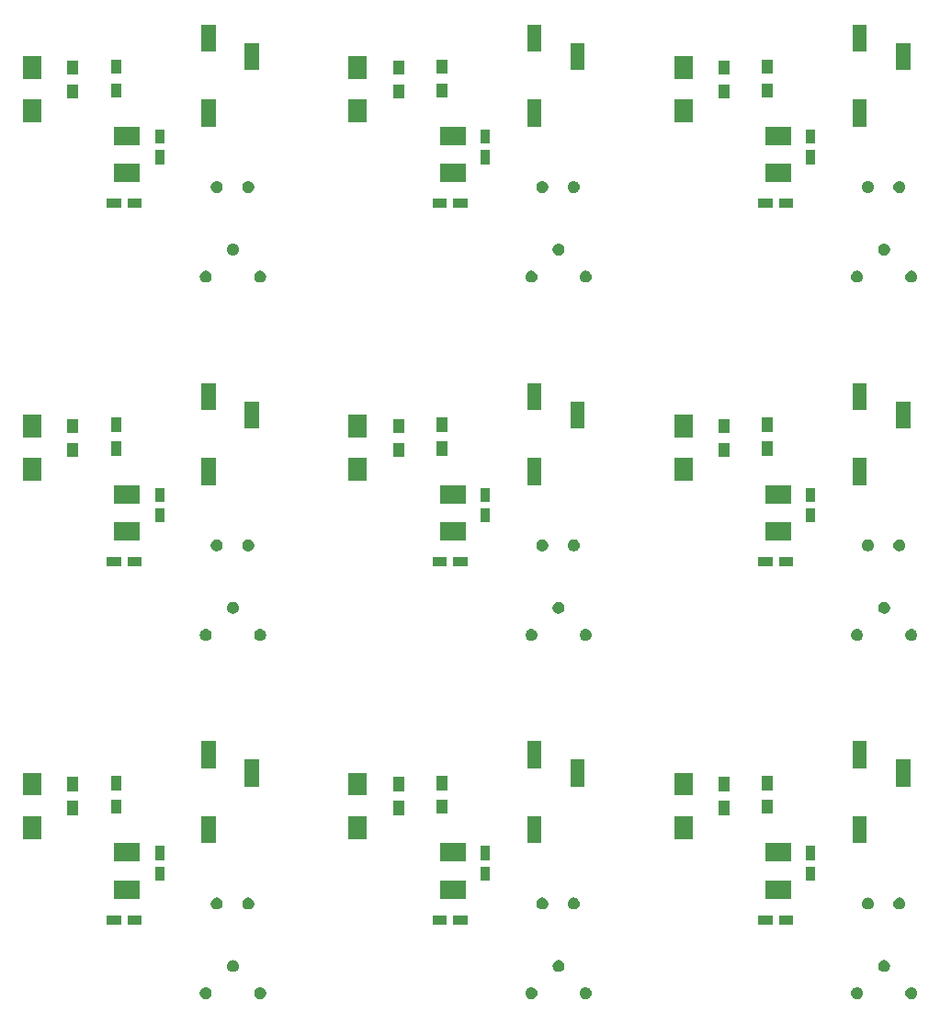
<source format=gts>
G04 #@! TF.GenerationSoftware,KiCad,Pcbnew,5.1.0*
G04 #@! TF.CreationDate,2019-04-07T17:06:29+09:00*
G04 #@! TF.ProjectId,noname,6e6f6e61-6d65-42e6-9b69-6361645f7063,rev?*
G04 #@! TF.SameCoordinates,Original*
G04 #@! TF.FileFunction,Soldermask,Top*
G04 #@! TF.FilePolarity,Negative*
%FSLAX46Y46*%
G04 Gerber Fmt 4.6, Leading zero omitted, Abs format (unit mm)*
G04 Created by KiCad (PCBNEW 5.1.0) date 2019-04-07 17:06:29*
%MOMM*%
%LPD*%
G04 APERTURE LIST*
%ADD10C,0.100000*%
G04 APERTURE END LIST*
D10*
G36*
X128760721Y-138070174D02*
G01*
X128860995Y-138111709D01*
X128860996Y-138111710D01*
X128951242Y-138172010D01*
X129027990Y-138248758D01*
X129027991Y-138248760D01*
X129088291Y-138339005D01*
X129129826Y-138439279D01*
X129151000Y-138545730D01*
X129151000Y-138654270D01*
X129129826Y-138760721D01*
X129088291Y-138860995D01*
X129088290Y-138860996D01*
X129027990Y-138951242D01*
X128951242Y-139027990D01*
X128905812Y-139058345D01*
X128860995Y-139088291D01*
X128760721Y-139129826D01*
X128654270Y-139151000D01*
X128545730Y-139151000D01*
X128439279Y-139129826D01*
X128339005Y-139088291D01*
X128294188Y-139058345D01*
X128248758Y-139027990D01*
X128172010Y-138951242D01*
X128111710Y-138860996D01*
X128111709Y-138860995D01*
X128070174Y-138760721D01*
X128049000Y-138654270D01*
X128049000Y-138545730D01*
X128070174Y-138439279D01*
X128111709Y-138339005D01*
X128172009Y-138248760D01*
X128172010Y-138248758D01*
X128248758Y-138172010D01*
X128339004Y-138111710D01*
X128339005Y-138111709D01*
X128439279Y-138070174D01*
X128545730Y-138049000D01*
X128654270Y-138049000D01*
X128760721Y-138070174D01*
X128760721Y-138070174D01*
G37*
G36*
X193760721Y-138070174D02*
G01*
X193860995Y-138111709D01*
X193860996Y-138111710D01*
X193951242Y-138172010D01*
X194027990Y-138248758D01*
X194027991Y-138248760D01*
X194088291Y-138339005D01*
X194129826Y-138439279D01*
X194151000Y-138545730D01*
X194151000Y-138654270D01*
X194129826Y-138760721D01*
X194088291Y-138860995D01*
X194088290Y-138860996D01*
X194027990Y-138951242D01*
X193951242Y-139027990D01*
X193905812Y-139058345D01*
X193860995Y-139088291D01*
X193760721Y-139129826D01*
X193654270Y-139151000D01*
X193545730Y-139151000D01*
X193439279Y-139129826D01*
X193339005Y-139088291D01*
X193294188Y-139058345D01*
X193248758Y-139027990D01*
X193172010Y-138951242D01*
X193111710Y-138860996D01*
X193111709Y-138860995D01*
X193070174Y-138760721D01*
X193049000Y-138654270D01*
X193049000Y-138545730D01*
X193070174Y-138439279D01*
X193111709Y-138339005D01*
X193172009Y-138248760D01*
X193172010Y-138248758D01*
X193248758Y-138172010D01*
X193339004Y-138111710D01*
X193339005Y-138111709D01*
X193439279Y-138070174D01*
X193545730Y-138049000D01*
X193654270Y-138049000D01*
X193760721Y-138070174D01*
X193760721Y-138070174D01*
G37*
G36*
X188760721Y-138070174D02*
G01*
X188860995Y-138111709D01*
X188860996Y-138111710D01*
X188951242Y-138172010D01*
X189027990Y-138248758D01*
X189027991Y-138248760D01*
X189088291Y-138339005D01*
X189129826Y-138439279D01*
X189151000Y-138545730D01*
X189151000Y-138654270D01*
X189129826Y-138760721D01*
X189088291Y-138860995D01*
X189088290Y-138860996D01*
X189027990Y-138951242D01*
X188951242Y-139027990D01*
X188905812Y-139058345D01*
X188860995Y-139088291D01*
X188760721Y-139129826D01*
X188654270Y-139151000D01*
X188545730Y-139151000D01*
X188439279Y-139129826D01*
X188339005Y-139088291D01*
X188294188Y-139058345D01*
X188248758Y-139027990D01*
X188172010Y-138951242D01*
X188111710Y-138860996D01*
X188111709Y-138860995D01*
X188070174Y-138760721D01*
X188049000Y-138654270D01*
X188049000Y-138545730D01*
X188070174Y-138439279D01*
X188111709Y-138339005D01*
X188172009Y-138248760D01*
X188172010Y-138248758D01*
X188248758Y-138172010D01*
X188339004Y-138111710D01*
X188339005Y-138111709D01*
X188439279Y-138070174D01*
X188545730Y-138049000D01*
X188654270Y-138049000D01*
X188760721Y-138070174D01*
X188760721Y-138070174D01*
G37*
G36*
X163760721Y-138070174D02*
G01*
X163860995Y-138111709D01*
X163860996Y-138111710D01*
X163951242Y-138172010D01*
X164027990Y-138248758D01*
X164027991Y-138248760D01*
X164088291Y-138339005D01*
X164129826Y-138439279D01*
X164151000Y-138545730D01*
X164151000Y-138654270D01*
X164129826Y-138760721D01*
X164088291Y-138860995D01*
X164088290Y-138860996D01*
X164027990Y-138951242D01*
X163951242Y-139027990D01*
X163905812Y-139058345D01*
X163860995Y-139088291D01*
X163760721Y-139129826D01*
X163654270Y-139151000D01*
X163545730Y-139151000D01*
X163439279Y-139129826D01*
X163339005Y-139088291D01*
X163294188Y-139058345D01*
X163248758Y-139027990D01*
X163172010Y-138951242D01*
X163111710Y-138860996D01*
X163111709Y-138860995D01*
X163070174Y-138760721D01*
X163049000Y-138654270D01*
X163049000Y-138545730D01*
X163070174Y-138439279D01*
X163111709Y-138339005D01*
X163172009Y-138248760D01*
X163172010Y-138248758D01*
X163248758Y-138172010D01*
X163339004Y-138111710D01*
X163339005Y-138111709D01*
X163439279Y-138070174D01*
X163545730Y-138049000D01*
X163654270Y-138049000D01*
X163760721Y-138070174D01*
X163760721Y-138070174D01*
G37*
G36*
X133760721Y-138070174D02*
G01*
X133860995Y-138111709D01*
X133860996Y-138111710D01*
X133951242Y-138172010D01*
X134027990Y-138248758D01*
X134027991Y-138248760D01*
X134088291Y-138339005D01*
X134129826Y-138439279D01*
X134151000Y-138545730D01*
X134151000Y-138654270D01*
X134129826Y-138760721D01*
X134088291Y-138860995D01*
X134088290Y-138860996D01*
X134027990Y-138951242D01*
X133951242Y-139027990D01*
X133905812Y-139058345D01*
X133860995Y-139088291D01*
X133760721Y-139129826D01*
X133654270Y-139151000D01*
X133545730Y-139151000D01*
X133439279Y-139129826D01*
X133339005Y-139088291D01*
X133294188Y-139058345D01*
X133248758Y-139027990D01*
X133172010Y-138951242D01*
X133111710Y-138860996D01*
X133111709Y-138860995D01*
X133070174Y-138760721D01*
X133049000Y-138654270D01*
X133049000Y-138545730D01*
X133070174Y-138439279D01*
X133111709Y-138339005D01*
X133172009Y-138248760D01*
X133172010Y-138248758D01*
X133248758Y-138172010D01*
X133339004Y-138111710D01*
X133339005Y-138111709D01*
X133439279Y-138070174D01*
X133545730Y-138049000D01*
X133654270Y-138049000D01*
X133760721Y-138070174D01*
X133760721Y-138070174D01*
G37*
G36*
X158760721Y-138070174D02*
G01*
X158860995Y-138111709D01*
X158860996Y-138111710D01*
X158951242Y-138172010D01*
X159027990Y-138248758D01*
X159027991Y-138248760D01*
X159088291Y-138339005D01*
X159129826Y-138439279D01*
X159151000Y-138545730D01*
X159151000Y-138654270D01*
X159129826Y-138760721D01*
X159088291Y-138860995D01*
X159088290Y-138860996D01*
X159027990Y-138951242D01*
X158951242Y-139027990D01*
X158905812Y-139058345D01*
X158860995Y-139088291D01*
X158760721Y-139129826D01*
X158654270Y-139151000D01*
X158545730Y-139151000D01*
X158439279Y-139129826D01*
X158339005Y-139088291D01*
X158294188Y-139058345D01*
X158248758Y-139027990D01*
X158172010Y-138951242D01*
X158111710Y-138860996D01*
X158111709Y-138860995D01*
X158070174Y-138760721D01*
X158049000Y-138654270D01*
X158049000Y-138545730D01*
X158070174Y-138439279D01*
X158111709Y-138339005D01*
X158172009Y-138248760D01*
X158172010Y-138248758D01*
X158248758Y-138172010D01*
X158339004Y-138111710D01*
X158339005Y-138111709D01*
X158439279Y-138070174D01*
X158545730Y-138049000D01*
X158654270Y-138049000D01*
X158760721Y-138070174D01*
X158760721Y-138070174D01*
G37*
G36*
X131260721Y-135570174D02*
G01*
X131360995Y-135611709D01*
X131360996Y-135611710D01*
X131451242Y-135672010D01*
X131527990Y-135748758D01*
X131527991Y-135748760D01*
X131588291Y-135839005D01*
X131629826Y-135939279D01*
X131651000Y-136045730D01*
X131651000Y-136154270D01*
X131629826Y-136260721D01*
X131588291Y-136360995D01*
X131588290Y-136360996D01*
X131527990Y-136451242D01*
X131451242Y-136527990D01*
X131405812Y-136558345D01*
X131360995Y-136588291D01*
X131260721Y-136629826D01*
X131154270Y-136651000D01*
X131045730Y-136651000D01*
X130939279Y-136629826D01*
X130839005Y-136588291D01*
X130794188Y-136558345D01*
X130748758Y-136527990D01*
X130672010Y-136451242D01*
X130611710Y-136360996D01*
X130611709Y-136360995D01*
X130570174Y-136260721D01*
X130549000Y-136154270D01*
X130549000Y-136045730D01*
X130570174Y-135939279D01*
X130611709Y-135839005D01*
X130672009Y-135748760D01*
X130672010Y-135748758D01*
X130748758Y-135672010D01*
X130839004Y-135611710D01*
X130839005Y-135611709D01*
X130939279Y-135570174D01*
X131045730Y-135549000D01*
X131154270Y-135549000D01*
X131260721Y-135570174D01*
X131260721Y-135570174D01*
G37*
G36*
X161260721Y-135570174D02*
G01*
X161360995Y-135611709D01*
X161360996Y-135611710D01*
X161451242Y-135672010D01*
X161527990Y-135748758D01*
X161527991Y-135748760D01*
X161588291Y-135839005D01*
X161629826Y-135939279D01*
X161651000Y-136045730D01*
X161651000Y-136154270D01*
X161629826Y-136260721D01*
X161588291Y-136360995D01*
X161588290Y-136360996D01*
X161527990Y-136451242D01*
X161451242Y-136527990D01*
X161405812Y-136558345D01*
X161360995Y-136588291D01*
X161260721Y-136629826D01*
X161154270Y-136651000D01*
X161045730Y-136651000D01*
X160939279Y-136629826D01*
X160839005Y-136588291D01*
X160794188Y-136558345D01*
X160748758Y-136527990D01*
X160672010Y-136451242D01*
X160611710Y-136360996D01*
X160611709Y-136360995D01*
X160570174Y-136260721D01*
X160549000Y-136154270D01*
X160549000Y-136045730D01*
X160570174Y-135939279D01*
X160611709Y-135839005D01*
X160672009Y-135748760D01*
X160672010Y-135748758D01*
X160748758Y-135672010D01*
X160839004Y-135611710D01*
X160839005Y-135611709D01*
X160939279Y-135570174D01*
X161045730Y-135549000D01*
X161154270Y-135549000D01*
X161260721Y-135570174D01*
X161260721Y-135570174D01*
G37*
G36*
X191260721Y-135570174D02*
G01*
X191360995Y-135611709D01*
X191360996Y-135611710D01*
X191451242Y-135672010D01*
X191527990Y-135748758D01*
X191527991Y-135748760D01*
X191588291Y-135839005D01*
X191629826Y-135939279D01*
X191651000Y-136045730D01*
X191651000Y-136154270D01*
X191629826Y-136260721D01*
X191588291Y-136360995D01*
X191588290Y-136360996D01*
X191527990Y-136451242D01*
X191451242Y-136527990D01*
X191405812Y-136558345D01*
X191360995Y-136588291D01*
X191260721Y-136629826D01*
X191154270Y-136651000D01*
X191045730Y-136651000D01*
X190939279Y-136629826D01*
X190839005Y-136588291D01*
X190794188Y-136558345D01*
X190748758Y-136527990D01*
X190672010Y-136451242D01*
X190611710Y-136360996D01*
X190611709Y-136360995D01*
X190570174Y-136260721D01*
X190549000Y-136154270D01*
X190549000Y-136045730D01*
X190570174Y-135939279D01*
X190611709Y-135839005D01*
X190672009Y-135748760D01*
X190672010Y-135748758D01*
X190748758Y-135672010D01*
X190839004Y-135611710D01*
X190839005Y-135611709D01*
X190939279Y-135570174D01*
X191045730Y-135549000D01*
X191154270Y-135549000D01*
X191260721Y-135570174D01*
X191260721Y-135570174D01*
G37*
G36*
X122701000Y-132276000D02*
G01*
X121399000Y-132276000D01*
X121399000Y-131424000D01*
X122701000Y-131424000D01*
X122701000Y-132276000D01*
X122701000Y-132276000D01*
G37*
G36*
X120801000Y-132276000D02*
G01*
X119499000Y-132276000D01*
X119499000Y-131424000D01*
X120801000Y-131424000D01*
X120801000Y-132276000D01*
X120801000Y-132276000D01*
G37*
G36*
X150801000Y-132276000D02*
G01*
X149499000Y-132276000D01*
X149499000Y-131424000D01*
X150801000Y-131424000D01*
X150801000Y-132276000D01*
X150801000Y-132276000D01*
G37*
G36*
X152701000Y-132276000D02*
G01*
X151399000Y-132276000D01*
X151399000Y-131424000D01*
X152701000Y-131424000D01*
X152701000Y-132276000D01*
X152701000Y-132276000D01*
G37*
G36*
X180801000Y-132276000D02*
G01*
X179499000Y-132276000D01*
X179499000Y-131424000D01*
X180801000Y-131424000D01*
X180801000Y-132276000D01*
X180801000Y-132276000D01*
G37*
G36*
X182701000Y-132276000D02*
G01*
X181399000Y-132276000D01*
X181399000Y-131424000D01*
X182701000Y-131424000D01*
X182701000Y-132276000D01*
X182701000Y-132276000D01*
G37*
G36*
X192660721Y-129820174D02*
G01*
X192760995Y-129861709D01*
X192760996Y-129861710D01*
X192851242Y-129922010D01*
X192927990Y-129998758D01*
X192927991Y-129998760D01*
X192988291Y-130089005D01*
X193029826Y-130189279D01*
X193051000Y-130295730D01*
X193051000Y-130404270D01*
X193029826Y-130510721D01*
X192988291Y-130610995D01*
X192988290Y-130610996D01*
X192927990Y-130701242D01*
X192851242Y-130777990D01*
X192805812Y-130808345D01*
X192760995Y-130838291D01*
X192660721Y-130879826D01*
X192554270Y-130901000D01*
X192445730Y-130901000D01*
X192339279Y-130879826D01*
X192239005Y-130838291D01*
X192194188Y-130808345D01*
X192148758Y-130777990D01*
X192072010Y-130701242D01*
X192011710Y-130610996D01*
X192011709Y-130610995D01*
X191970174Y-130510721D01*
X191949000Y-130404270D01*
X191949000Y-130295730D01*
X191970174Y-130189279D01*
X192011709Y-130089005D01*
X192072009Y-129998760D01*
X192072010Y-129998758D01*
X192148758Y-129922010D01*
X192239004Y-129861710D01*
X192239005Y-129861709D01*
X192339279Y-129820174D01*
X192445730Y-129799000D01*
X192554270Y-129799000D01*
X192660721Y-129820174D01*
X192660721Y-129820174D01*
G37*
G36*
X189760721Y-129820174D02*
G01*
X189860995Y-129861709D01*
X189860996Y-129861710D01*
X189951242Y-129922010D01*
X190027990Y-129998758D01*
X190027991Y-129998760D01*
X190088291Y-130089005D01*
X190129826Y-130189279D01*
X190151000Y-130295730D01*
X190151000Y-130404270D01*
X190129826Y-130510721D01*
X190088291Y-130610995D01*
X190088290Y-130610996D01*
X190027990Y-130701242D01*
X189951242Y-130777990D01*
X189905812Y-130808345D01*
X189860995Y-130838291D01*
X189760721Y-130879826D01*
X189654270Y-130901000D01*
X189545730Y-130901000D01*
X189439279Y-130879826D01*
X189339005Y-130838291D01*
X189294188Y-130808345D01*
X189248758Y-130777990D01*
X189172010Y-130701242D01*
X189111710Y-130610996D01*
X189111709Y-130610995D01*
X189070174Y-130510721D01*
X189049000Y-130404270D01*
X189049000Y-130295730D01*
X189070174Y-130189279D01*
X189111709Y-130089005D01*
X189172009Y-129998760D01*
X189172010Y-129998758D01*
X189248758Y-129922010D01*
X189339004Y-129861710D01*
X189339005Y-129861709D01*
X189439279Y-129820174D01*
X189545730Y-129799000D01*
X189654270Y-129799000D01*
X189760721Y-129820174D01*
X189760721Y-129820174D01*
G37*
G36*
X162660721Y-129820174D02*
G01*
X162760995Y-129861709D01*
X162760996Y-129861710D01*
X162851242Y-129922010D01*
X162927990Y-129998758D01*
X162927991Y-129998760D01*
X162988291Y-130089005D01*
X163029826Y-130189279D01*
X163051000Y-130295730D01*
X163051000Y-130404270D01*
X163029826Y-130510721D01*
X162988291Y-130610995D01*
X162988290Y-130610996D01*
X162927990Y-130701242D01*
X162851242Y-130777990D01*
X162805812Y-130808345D01*
X162760995Y-130838291D01*
X162660721Y-130879826D01*
X162554270Y-130901000D01*
X162445730Y-130901000D01*
X162339279Y-130879826D01*
X162239005Y-130838291D01*
X162194188Y-130808345D01*
X162148758Y-130777990D01*
X162072010Y-130701242D01*
X162011710Y-130610996D01*
X162011709Y-130610995D01*
X161970174Y-130510721D01*
X161949000Y-130404270D01*
X161949000Y-130295730D01*
X161970174Y-130189279D01*
X162011709Y-130089005D01*
X162072009Y-129998760D01*
X162072010Y-129998758D01*
X162148758Y-129922010D01*
X162239004Y-129861710D01*
X162239005Y-129861709D01*
X162339279Y-129820174D01*
X162445730Y-129799000D01*
X162554270Y-129799000D01*
X162660721Y-129820174D01*
X162660721Y-129820174D01*
G37*
G36*
X159760721Y-129820174D02*
G01*
X159860995Y-129861709D01*
X159860996Y-129861710D01*
X159951242Y-129922010D01*
X160027990Y-129998758D01*
X160027991Y-129998760D01*
X160088291Y-130089005D01*
X160129826Y-130189279D01*
X160151000Y-130295730D01*
X160151000Y-130404270D01*
X160129826Y-130510721D01*
X160088291Y-130610995D01*
X160088290Y-130610996D01*
X160027990Y-130701242D01*
X159951242Y-130777990D01*
X159905812Y-130808345D01*
X159860995Y-130838291D01*
X159760721Y-130879826D01*
X159654270Y-130901000D01*
X159545730Y-130901000D01*
X159439279Y-130879826D01*
X159339005Y-130838291D01*
X159294188Y-130808345D01*
X159248758Y-130777990D01*
X159172010Y-130701242D01*
X159111710Y-130610996D01*
X159111709Y-130610995D01*
X159070174Y-130510721D01*
X159049000Y-130404270D01*
X159049000Y-130295730D01*
X159070174Y-130189279D01*
X159111709Y-130089005D01*
X159172009Y-129998760D01*
X159172010Y-129998758D01*
X159248758Y-129922010D01*
X159339004Y-129861710D01*
X159339005Y-129861709D01*
X159439279Y-129820174D01*
X159545730Y-129799000D01*
X159654270Y-129799000D01*
X159760721Y-129820174D01*
X159760721Y-129820174D01*
G37*
G36*
X132660721Y-129820174D02*
G01*
X132760995Y-129861709D01*
X132760996Y-129861710D01*
X132851242Y-129922010D01*
X132927990Y-129998758D01*
X132927991Y-129998760D01*
X132988291Y-130089005D01*
X133029826Y-130189279D01*
X133051000Y-130295730D01*
X133051000Y-130404270D01*
X133029826Y-130510721D01*
X132988291Y-130610995D01*
X132988290Y-130610996D01*
X132927990Y-130701242D01*
X132851242Y-130777990D01*
X132805812Y-130808345D01*
X132760995Y-130838291D01*
X132660721Y-130879826D01*
X132554270Y-130901000D01*
X132445730Y-130901000D01*
X132339279Y-130879826D01*
X132239005Y-130838291D01*
X132194188Y-130808345D01*
X132148758Y-130777990D01*
X132072010Y-130701242D01*
X132011710Y-130610996D01*
X132011709Y-130610995D01*
X131970174Y-130510721D01*
X131949000Y-130404270D01*
X131949000Y-130295730D01*
X131970174Y-130189279D01*
X132011709Y-130089005D01*
X132072009Y-129998760D01*
X132072010Y-129998758D01*
X132148758Y-129922010D01*
X132239004Y-129861710D01*
X132239005Y-129861709D01*
X132339279Y-129820174D01*
X132445730Y-129799000D01*
X132554270Y-129799000D01*
X132660721Y-129820174D01*
X132660721Y-129820174D01*
G37*
G36*
X129760721Y-129820174D02*
G01*
X129860995Y-129861709D01*
X129860996Y-129861710D01*
X129951242Y-129922010D01*
X130027990Y-129998758D01*
X130027991Y-129998760D01*
X130088291Y-130089005D01*
X130129826Y-130189279D01*
X130151000Y-130295730D01*
X130151000Y-130404270D01*
X130129826Y-130510721D01*
X130088291Y-130610995D01*
X130088290Y-130610996D01*
X130027990Y-130701242D01*
X129951242Y-130777990D01*
X129905812Y-130808345D01*
X129860995Y-130838291D01*
X129760721Y-130879826D01*
X129654270Y-130901000D01*
X129545730Y-130901000D01*
X129439279Y-130879826D01*
X129339005Y-130838291D01*
X129294188Y-130808345D01*
X129248758Y-130777990D01*
X129172010Y-130701242D01*
X129111710Y-130610996D01*
X129111709Y-130610995D01*
X129070174Y-130510721D01*
X129049000Y-130404270D01*
X129049000Y-130295730D01*
X129070174Y-130189279D01*
X129111709Y-130089005D01*
X129172009Y-129998760D01*
X129172010Y-129998758D01*
X129248758Y-129922010D01*
X129339004Y-129861710D01*
X129339005Y-129861709D01*
X129439279Y-129820174D01*
X129545730Y-129799000D01*
X129654270Y-129799000D01*
X129760721Y-129820174D01*
X129760721Y-129820174D01*
G37*
G36*
X182526000Y-129901000D02*
G01*
X180174000Y-129901000D01*
X180174000Y-128199000D01*
X182526000Y-128199000D01*
X182526000Y-129901000D01*
X182526000Y-129901000D01*
G37*
G36*
X152526000Y-129901000D02*
G01*
X150174000Y-129901000D01*
X150174000Y-128199000D01*
X152526000Y-128199000D01*
X152526000Y-129901000D01*
X152526000Y-129901000D01*
G37*
G36*
X122526000Y-129901000D02*
G01*
X120174000Y-129901000D01*
X120174000Y-128199000D01*
X122526000Y-128199000D01*
X122526000Y-129901000D01*
X122526000Y-129901000D01*
G37*
G36*
X154776000Y-128251000D02*
G01*
X153924000Y-128251000D01*
X153924000Y-126949000D01*
X154776000Y-126949000D01*
X154776000Y-128251000D01*
X154776000Y-128251000D01*
G37*
G36*
X124776000Y-128251000D02*
G01*
X123924000Y-128251000D01*
X123924000Y-126949000D01*
X124776000Y-126949000D01*
X124776000Y-128251000D01*
X124776000Y-128251000D01*
G37*
G36*
X184776000Y-128251000D02*
G01*
X183924000Y-128251000D01*
X183924000Y-126949000D01*
X184776000Y-126949000D01*
X184776000Y-128251000D01*
X184776000Y-128251000D01*
G37*
G36*
X152526000Y-126501000D02*
G01*
X150174000Y-126501000D01*
X150174000Y-124799000D01*
X152526000Y-124799000D01*
X152526000Y-126501000D01*
X152526000Y-126501000D01*
G37*
G36*
X122526000Y-126501000D02*
G01*
X120174000Y-126501000D01*
X120174000Y-124799000D01*
X122526000Y-124799000D01*
X122526000Y-126501000D01*
X122526000Y-126501000D01*
G37*
G36*
X182526000Y-126501000D02*
G01*
X180174000Y-126501000D01*
X180174000Y-124799000D01*
X182526000Y-124799000D01*
X182526000Y-126501000D01*
X182526000Y-126501000D01*
G37*
G36*
X124776000Y-126351000D02*
G01*
X123924000Y-126351000D01*
X123924000Y-125049000D01*
X124776000Y-125049000D01*
X124776000Y-126351000D01*
X124776000Y-126351000D01*
G37*
G36*
X154776000Y-126351000D02*
G01*
X153924000Y-126351000D01*
X153924000Y-125049000D01*
X154776000Y-125049000D01*
X154776000Y-126351000D01*
X154776000Y-126351000D01*
G37*
G36*
X184776000Y-126351000D02*
G01*
X183924000Y-126351000D01*
X183924000Y-125049000D01*
X184776000Y-125049000D01*
X184776000Y-126351000D01*
X184776000Y-126351000D01*
G37*
G36*
X189501000Y-124801000D02*
G01*
X188199000Y-124801000D01*
X188199000Y-122299000D01*
X189501000Y-122299000D01*
X189501000Y-124801000D01*
X189501000Y-124801000D01*
G37*
G36*
X129501000Y-124801000D02*
G01*
X128199000Y-124801000D01*
X128199000Y-122299000D01*
X129501000Y-122299000D01*
X129501000Y-124801000D01*
X129501000Y-124801000D01*
G37*
G36*
X159501000Y-124801000D02*
G01*
X158199000Y-124801000D01*
X158199000Y-122299000D01*
X159501000Y-122299000D01*
X159501000Y-124801000D01*
X159501000Y-124801000D01*
G37*
G36*
X173451000Y-124401000D02*
G01*
X171749000Y-124401000D01*
X171749000Y-122299000D01*
X173451000Y-122299000D01*
X173451000Y-124401000D01*
X173451000Y-124401000D01*
G37*
G36*
X143451000Y-124401000D02*
G01*
X141749000Y-124401000D01*
X141749000Y-122299000D01*
X143451000Y-122299000D01*
X143451000Y-124401000D01*
X143451000Y-124401000D01*
G37*
G36*
X113451000Y-124401000D02*
G01*
X111749000Y-124401000D01*
X111749000Y-122299000D01*
X113451000Y-122299000D01*
X113451000Y-124401000D01*
X113451000Y-124401000D01*
G37*
G36*
X116851000Y-122201000D02*
G01*
X115849000Y-122201000D01*
X115849000Y-120899000D01*
X116851000Y-120899000D01*
X116851000Y-122201000D01*
X116851000Y-122201000D01*
G37*
G36*
X146851000Y-122201000D02*
G01*
X145849000Y-122201000D01*
X145849000Y-120899000D01*
X146851000Y-120899000D01*
X146851000Y-122201000D01*
X146851000Y-122201000D01*
G37*
G36*
X176851000Y-122201000D02*
G01*
X175849000Y-122201000D01*
X175849000Y-120899000D01*
X176851000Y-120899000D01*
X176851000Y-122201000D01*
X176851000Y-122201000D01*
G37*
G36*
X150851000Y-122101000D02*
G01*
X149849000Y-122101000D01*
X149849000Y-120799000D01*
X150851000Y-120799000D01*
X150851000Y-122101000D01*
X150851000Y-122101000D01*
G37*
G36*
X180851000Y-122101000D02*
G01*
X179849000Y-122101000D01*
X179849000Y-120799000D01*
X180851000Y-120799000D01*
X180851000Y-122101000D01*
X180851000Y-122101000D01*
G37*
G36*
X120851000Y-122101000D02*
G01*
X119849000Y-122101000D01*
X119849000Y-120799000D01*
X120851000Y-120799000D01*
X120851000Y-122101000D01*
X120851000Y-122101000D01*
G37*
G36*
X113451000Y-120401000D02*
G01*
X111749000Y-120401000D01*
X111749000Y-118299000D01*
X113451000Y-118299000D01*
X113451000Y-120401000D01*
X113451000Y-120401000D01*
G37*
G36*
X143451000Y-120401000D02*
G01*
X141749000Y-120401000D01*
X141749000Y-118299000D01*
X143451000Y-118299000D01*
X143451000Y-120401000D01*
X143451000Y-120401000D01*
G37*
G36*
X173451000Y-120401000D02*
G01*
X171749000Y-120401000D01*
X171749000Y-118299000D01*
X173451000Y-118299000D01*
X173451000Y-120401000D01*
X173451000Y-120401000D01*
G37*
G36*
X116851000Y-120001000D02*
G01*
X115849000Y-120001000D01*
X115849000Y-118699000D01*
X116851000Y-118699000D01*
X116851000Y-120001000D01*
X116851000Y-120001000D01*
G37*
G36*
X146851000Y-120001000D02*
G01*
X145849000Y-120001000D01*
X145849000Y-118699000D01*
X146851000Y-118699000D01*
X146851000Y-120001000D01*
X146851000Y-120001000D01*
G37*
G36*
X176851000Y-120001000D02*
G01*
X175849000Y-120001000D01*
X175849000Y-118699000D01*
X176851000Y-118699000D01*
X176851000Y-120001000D01*
X176851000Y-120001000D01*
G37*
G36*
X180851000Y-119901000D02*
G01*
X179849000Y-119901000D01*
X179849000Y-118599000D01*
X180851000Y-118599000D01*
X180851000Y-119901000D01*
X180851000Y-119901000D01*
G37*
G36*
X150851000Y-119901000D02*
G01*
X149849000Y-119901000D01*
X149849000Y-118599000D01*
X150851000Y-118599000D01*
X150851000Y-119901000D01*
X150851000Y-119901000D01*
G37*
G36*
X120851000Y-119901000D02*
G01*
X119849000Y-119901000D01*
X119849000Y-118599000D01*
X120851000Y-118599000D01*
X120851000Y-119901000D01*
X120851000Y-119901000D01*
G37*
G36*
X133501000Y-119601000D02*
G01*
X132199000Y-119601000D01*
X132199000Y-117099000D01*
X133501000Y-117099000D01*
X133501000Y-119601000D01*
X133501000Y-119601000D01*
G37*
G36*
X163501000Y-119601000D02*
G01*
X162199000Y-119601000D01*
X162199000Y-117099000D01*
X163501000Y-117099000D01*
X163501000Y-119601000D01*
X163501000Y-119601000D01*
G37*
G36*
X193501000Y-119601000D02*
G01*
X192199000Y-119601000D01*
X192199000Y-117099000D01*
X193501000Y-117099000D01*
X193501000Y-119601000D01*
X193501000Y-119601000D01*
G37*
G36*
X189501000Y-117901000D02*
G01*
X188199000Y-117901000D01*
X188199000Y-115399000D01*
X189501000Y-115399000D01*
X189501000Y-117901000D01*
X189501000Y-117901000D01*
G37*
G36*
X159501000Y-117901000D02*
G01*
X158199000Y-117901000D01*
X158199000Y-115399000D01*
X159501000Y-115399000D01*
X159501000Y-117901000D01*
X159501000Y-117901000D01*
G37*
G36*
X129501000Y-117901000D02*
G01*
X128199000Y-117901000D01*
X128199000Y-115399000D01*
X129501000Y-115399000D01*
X129501000Y-117901000D01*
X129501000Y-117901000D01*
G37*
G36*
X158760721Y-105070174D02*
G01*
X158860995Y-105111709D01*
X158860996Y-105111710D01*
X158951242Y-105172010D01*
X159027990Y-105248758D01*
X159027991Y-105248760D01*
X159088291Y-105339005D01*
X159129826Y-105439279D01*
X159151000Y-105545730D01*
X159151000Y-105654270D01*
X159129826Y-105760721D01*
X159088291Y-105860995D01*
X159088290Y-105860996D01*
X159027990Y-105951242D01*
X158951242Y-106027990D01*
X158905812Y-106058345D01*
X158860995Y-106088291D01*
X158760721Y-106129826D01*
X158654270Y-106151000D01*
X158545730Y-106151000D01*
X158439279Y-106129826D01*
X158339005Y-106088291D01*
X158294188Y-106058345D01*
X158248758Y-106027990D01*
X158172010Y-105951242D01*
X158111710Y-105860996D01*
X158111709Y-105860995D01*
X158070174Y-105760721D01*
X158049000Y-105654270D01*
X158049000Y-105545730D01*
X158070174Y-105439279D01*
X158111709Y-105339005D01*
X158172009Y-105248760D01*
X158172010Y-105248758D01*
X158248758Y-105172010D01*
X158339004Y-105111710D01*
X158339005Y-105111709D01*
X158439279Y-105070174D01*
X158545730Y-105049000D01*
X158654270Y-105049000D01*
X158760721Y-105070174D01*
X158760721Y-105070174D01*
G37*
G36*
X188760721Y-105070174D02*
G01*
X188860995Y-105111709D01*
X188860996Y-105111710D01*
X188951242Y-105172010D01*
X189027990Y-105248758D01*
X189027991Y-105248760D01*
X189088291Y-105339005D01*
X189129826Y-105439279D01*
X189151000Y-105545730D01*
X189151000Y-105654270D01*
X189129826Y-105760721D01*
X189088291Y-105860995D01*
X189088290Y-105860996D01*
X189027990Y-105951242D01*
X188951242Y-106027990D01*
X188905812Y-106058345D01*
X188860995Y-106088291D01*
X188760721Y-106129826D01*
X188654270Y-106151000D01*
X188545730Y-106151000D01*
X188439279Y-106129826D01*
X188339005Y-106088291D01*
X188294188Y-106058345D01*
X188248758Y-106027990D01*
X188172010Y-105951242D01*
X188111710Y-105860996D01*
X188111709Y-105860995D01*
X188070174Y-105760721D01*
X188049000Y-105654270D01*
X188049000Y-105545730D01*
X188070174Y-105439279D01*
X188111709Y-105339005D01*
X188172009Y-105248760D01*
X188172010Y-105248758D01*
X188248758Y-105172010D01*
X188339004Y-105111710D01*
X188339005Y-105111709D01*
X188439279Y-105070174D01*
X188545730Y-105049000D01*
X188654270Y-105049000D01*
X188760721Y-105070174D01*
X188760721Y-105070174D01*
G37*
G36*
X193760721Y-105070174D02*
G01*
X193860995Y-105111709D01*
X193860996Y-105111710D01*
X193951242Y-105172010D01*
X194027990Y-105248758D01*
X194027991Y-105248760D01*
X194088291Y-105339005D01*
X194129826Y-105439279D01*
X194151000Y-105545730D01*
X194151000Y-105654270D01*
X194129826Y-105760721D01*
X194088291Y-105860995D01*
X194088290Y-105860996D01*
X194027990Y-105951242D01*
X193951242Y-106027990D01*
X193905812Y-106058345D01*
X193860995Y-106088291D01*
X193760721Y-106129826D01*
X193654270Y-106151000D01*
X193545730Y-106151000D01*
X193439279Y-106129826D01*
X193339005Y-106088291D01*
X193294188Y-106058345D01*
X193248758Y-106027990D01*
X193172010Y-105951242D01*
X193111710Y-105860996D01*
X193111709Y-105860995D01*
X193070174Y-105760721D01*
X193049000Y-105654270D01*
X193049000Y-105545730D01*
X193070174Y-105439279D01*
X193111709Y-105339005D01*
X193172009Y-105248760D01*
X193172010Y-105248758D01*
X193248758Y-105172010D01*
X193339004Y-105111710D01*
X193339005Y-105111709D01*
X193439279Y-105070174D01*
X193545730Y-105049000D01*
X193654270Y-105049000D01*
X193760721Y-105070174D01*
X193760721Y-105070174D01*
G37*
G36*
X163760721Y-105070174D02*
G01*
X163860995Y-105111709D01*
X163860996Y-105111710D01*
X163951242Y-105172010D01*
X164027990Y-105248758D01*
X164027991Y-105248760D01*
X164088291Y-105339005D01*
X164129826Y-105439279D01*
X164151000Y-105545730D01*
X164151000Y-105654270D01*
X164129826Y-105760721D01*
X164088291Y-105860995D01*
X164088290Y-105860996D01*
X164027990Y-105951242D01*
X163951242Y-106027990D01*
X163905812Y-106058345D01*
X163860995Y-106088291D01*
X163760721Y-106129826D01*
X163654270Y-106151000D01*
X163545730Y-106151000D01*
X163439279Y-106129826D01*
X163339005Y-106088291D01*
X163294188Y-106058345D01*
X163248758Y-106027990D01*
X163172010Y-105951242D01*
X163111710Y-105860996D01*
X163111709Y-105860995D01*
X163070174Y-105760721D01*
X163049000Y-105654270D01*
X163049000Y-105545730D01*
X163070174Y-105439279D01*
X163111709Y-105339005D01*
X163172009Y-105248760D01*
X163172010Y-105248758D01*
X163248758Y-105172010D01*
X163339004Y-105111710D01*
X163339005Y-105111709D01*
X163439279Y-105070174D01*
X163545730Y-105049000D01*
X163654270Y-105049000D01*
X163760721Y-105070174D01*
X163760721Y-105070174D01*
G37*
G36*
X133760721Y-105070174D02*
G01*
X133860995Y-105111709D01*
X133860996Y-105111710D01*
X133951242Y-105172010D01*
X134027990Y-105248758D01*
X134027991Y-105248760D01*
X134088291Y-105339005D01*
X134129826Y-105439279D01*
X134151000Y-105545730D01*
X134151000Y-105654270D01*
X134129826Y-105760721D01*
X134088291Y-105860995D01*
X134088290Y-105860996D01*
X134027990Y-105951242D01*
X133951242Y-106027990D01*
X133905812Y-106058345D01*
X133860995Y-106088291D01*
X133760721Y-106129826D01*
X133654270Y-106151000D01*
X133545730Y-106151000D01*
X133439279Y-106129826D01*
X133339005Y-106088291D01*
X133294188Y-106058345D01*
X133248758Y-106027990D01*
X133172010Y-105951242D01*
X133111710Y-105860996D01*
X133111709Y-105860995D01*
X133070174Y-105760721D01*
X133049000Y-105654270D01*
X133049000Y-105545730D01*
X133070174Y-105439279D01*
X133111709Y-105339005D01*
X133172009Y-105248760D01*
X133172010Y-105248758D01*
X133248758Y-105172010D01*
X133339004Y-105111710D01*
X133339005Y-105111709D01*
X133439279Y-105070174D01*
X133545730Y-105049000D01*
X133654270Y-105049000D01*
X133760721Y-105070174D01*
X133760721Y-105070174D01*
G37*
G36*
X128760721Y-105070174D02*
G01*
X128860995Y-105111709D01*
X128860996Y-105111710D01*
X128951242Y-105172010D01*
X129027990Y-105248758D01*
X129027991Y-105248760D01*
X129088291Y-105339005D01*
X129129826Y-105439279D01*
X129151000Y-105545730D01*
X129151000Y-105654270D01*
X129129826Y-105760721D01*
X129088291Y-105860995D01*
X129088290Y-105860996D01*
X129027990Y-105951242D01*
X128951242Y-106027990D01*
X128905812Y-106058345D01*
X128860995Y-106088291D01*
X128760721Y-106129826D01*
X128654270Y-106151000D01*
X128545730Y-106151000D01*
X128439279Y-106129826D01*
X128339005Y-106088291D01*
X128294188Y-106058345D01*
X128248758Y-106027990D01*
X128172010Y-105951242D01*
X128111710Y-105860996D01*
X128111709Y-105860995D01*
X128070174Y-105760721D01*
X128049000Y-105654270D01*
X128049000Y-105545730D01*
X128070174Y-105439279D01*
X128111709Y-105339005D01*
X128172009Y-105248760D01*
X128172010Y-105248758D01*
X128248758Y-105172010D01*
X128339004Y-105111710D01*
X128339005Y-105111709D01*
X128439279Y-105070174D01*
X128545730Y-105049000D01*
X128654270Y-105049000D01*
X128760721Y-105070174D01*
X128760721Y-105070174D01*
G37*
G36*
X191260721Y-102570174D02*
G01*
X191360995Y-102611709D01*
X191360996Y-102611710D01*
X191451242Y-102672010D01*
X191527990Y-102748758D01*
X191527991Y-102748760D01*
X191588291Y-102839005D01*
X191629826Y-102939279D01*
X191651000Y-103045730D01*
X191651000Y-103154270D01*
X191629826Y-103260721D01*
X191588291Y-103360995D01*
X191588290Y-103360996D01*
X191527990Y-103451242D01*
X191451242Y-103527990D01*
X191405812Y-103558345D01*
X191360995Y-103588291D01*
X191260721Y-103629826D01*
X191154270Y-103651000D01*
X191045730Y-103651000D01*
X190939279Y-103629826D01*
X190839005Y-103588291D01*
X190794188Y-103558345D01*
X190748758Y-103527990D01*
X190672010Y-103451242D01*
X190611710Y-103360996D01*
X190611709Y-103360995D01*
X190570174Y-103260721D01*
X190549000Y-103154270D01*
X190549000Y-103045730D01*
X190570174Y-102939279D01*
X190611709Y-102839005D01*
X190672009Y-102748760D01*
X190672010Y-102748758D01*
X190748758Y-102672010D01*
X190839004Y-102611710D01*
X190839005Y-102611709D01*
X190939279Y-102570174D01*
X191045730Y-102549000D01*
X191154270Y-102549000D01*
X191260721Y-102570174D01*
X191260721Y-102570174D01*
G37*
G36*
X161260721Y-102570174D02*
G01*
X161360995Y-102611709D01*
X161360996Y-102611710D01*
X161451242Y-102672010D01*
X161527990Y-102748758D01*
X161527991Y-102748760D01*
X161588291Y-102839005D01*
X161629826Y-102939279D01*
X161651000Y-103045730D01*
X161651000Y-103154270D01*
X161629826Y-103260721D01*
X161588291Y-103360995D01*
X161588290Y-103360996D01*
X161527990Y-103451242D01*
X161451242Y-103527990D01*
X161405812Y-103558345D01*
X161360995Y-103588291D01*
X161260721Y-103629826D01*
X161154270Y-103651000D01*
X161045730Y-103651000D01*
X160939279Y-103629826D01*
X160839005Y-103588291D01*
X160794188Y-103558345D01*
X160748758Y-103527990D01*
X160672010Y-103451242D01*
X160611710Y-103360996D01*
X160611709Y-103360995D01*
X160570174Y-103260721D01*
X160549000Y-103154270D01*
X160549000Y-103045730D01*
X160570174Y-102939279D01*
X160611709Y-102839005D01*
X160672009Y-102748760D01*
X160672010Y-102748758D01*
X160748758Y-102672010D01*
X160839004Y-102611710D01*
X160839005Y-102611709D01*
X160939279Y-102570174D01*
X161045730Y-102549000D01*
X161154270Y-102549000D01*
X161260721Y-102570174D01*
X161260721Y-102570174D01*
G37*
G36*
X131260721Y-102570174D02*
G01*
X131360995Y-102611709D01*
X131360996Y-102611710D01*
X131451242Y-102672010D01*
X131527990Y-102748758D01*
X131527991Y-102748760D01*
X131588291Y-102839005D01*
X131629826Y-102939279D01*
X131651000Y-103045730D01*
X131651000Y-103154270D01*
X131629826Y-103260721D01*
X131588291Y-103360995D01*
X131588290Y-103360996D01*
X131527990Y-103451242D01*
X131451242Y-103527990D01*
X131405812Y-103558345D01*
X131360995Y-103588291D01*
X131260721Y-103629826D01*
X131154270Y-103651000D01*
X131045730Y-103651000D01*
X130939279Y-103629826D01*
X130839005Y-103588291D01*
X130794188Y-103558345D01*
X130748758Y-103527990D01*
X130672010Y-103451242D01*
X130611710Y-103360996D01*
X130611709Y-103360995D01*
X130570174Y-103260721D01*
X130549000Y-103154270D01*
X130549000Y-103045730D01*
X130570174Y-102939279D01*
X130611709Y-102839005D01*
X130672009Y-102748760D01*
X130672010Y-102748758D01*
X130748758Y-102672010D01*
X130839004Y-102611710D01*
X130839005Y-102611709D01*
X130939279Y-102570174D01*
X131045730Y-102549000D01*
X131154270Y-102549000D01*
X131260721Y-102570174D01*
X131260721Y-102570174D01*
G37*
G36*
X150801000Y-99276000D02*
G01*
X149499000Y-99276000D01*
X149499000Y-98424000D01*
X150801000Y-98424000D01*
X150801000Y-99276000D01*
X150801000Y-99276000D01*
G37*
G36*
X122701000Y-99276000D02*
G01*
X121399000Y-99276000D01*
X121399000Y-98424000D01*
X122701000Y-98424000D01*
X122701000Y-99276000D01*
X122701000Y-99276000D01*
G37*
G36*
X120801000Y-99276000D02*
G01*
X119499000Y-99276000D01*
X119499000Y-98424000D01*
X120801000Y-98424000D01*
X120801000Y-99276000D01*
X120801000Y-99276000D01*
G37*
G36*
X180801000Y-99276000D02*
G01*
X179499000Y-99276000D01*
X179499000Y-98424000D01*
X180801000Y-98424000D01*
X180801000Y-99276000D01*
X180801000Y-99276000D01*
G37*
G36*
X152701000Y-99276000D02*
G01*
X151399000Y-99276000D01*
X151399000Y-98424000D01*
X152701000Y-98424000D01*
X152701000Y-99276000D01*
X152701000Y-99276000D01*
G37*
G36*
X182701000Y-99276000D02*
G01*
X181399000Y-99276000D01*
X181399000Y-98424000D01*
X182701000Y-98424000D01*
X182701000Y-99276000D01*
X182701000Y-99276000D01*
G37*
G36*
X129760721Y-96820174D02*
G01*
X129860995Y-96861709D01*
X129860996Y-96861710D01*
X129951242Y-96922010D01*
X130027990Y-96998758D01*
X130027991Y-96998760D01*
X130088291Y-97089005D01*
X130129826Y-97189279D01*
X130151000Y-97295730D01*
X130151000Y-97404270D01*
X130129826Y-97510721D01*
X130088291Y-97610995D01*
X130088290Y-97610996D01*
X130027990Y-97701242D01*
X129951242Y-97777990D01*
X129905812Y-97808345D01*
X129860995Y-97838291D01*
X129760721Y-97879826D01*
X129654270Y-97901000D01*
X129545730Y-97901000D01*
X129439279Y-97879826D01*
X129339005Y-97838291D01*
X129294188Y-97808345D01*
X129248758Y-97777990D01*
X129172010Y-97701242D01*
X129111710Y-97610996D01*
X129111709Y-97610995D01*
X129070174Y-97510721D01*
X129049000Y-97404270D01*
X129049000Y-97295730D01*
X129070174Y-97189279D01*
X129111709Y-97089005D01*
X129172009Y-96998760D01*
X129172010Y-96998758D01*
X129248758Y-96922010D01*
X129339004Y-96861710D01*
X129339005Y-96861709D01*
X129439279Y-96820174D01*
X129545730Y-96799000D01*
X129654270Y-96799000D01*
X129760721Y-96820174D01*
X129760721Y-96820174D01*
G37*
G36*
X192660721Y-96820174D02*
G01*
X192760995Y-96861709D01*
X192760996Y-96861710D01*
X192851242Y-96922010D01*
X192927990Y-96998758D01*
X192927991Y-96998760D01*
X192988291Y-97089005D01*
X193029826Y-97189279D01*
X193051000Y-97295730D01*
X193051000Y-97404270D01*
X193029826Y-97510721D01*
X192988291Y-97610995D01*
X192988290Y-97610996D01*
X192927990Y-97701242D01*
X192851242Y-97777990D01*
X192805812Y-97808345D01*
X192760995Y-97838291D01*
X192660721Y-97879826D01*
X192554270Y-97901000D01*
X192445730Y-97901000D01*
X192339279Y-97879826D01*
X192239005Y-97838291D01*
X192194188Y-97808345D01*
X192148758Y-97777990D01*
X192072010Y-97701242D01*
X192011710Y-97610996D01*
X192011709Y-97610995D01*
X191970174Y-97510721D01*
X191949000Y-97404270D01*
X191949000Y-97295730D01*
X191970174Y-97189279D01*
X192011709Y-97089005D01*
X192072009Y-96998760D01*
X192072010Y-96998758D01*
X192148758Y-96922010D01*
X192239004Y-96861710D01*
X192239005Y-96861709D01*
X192339279Y-96820174D01*
X192445730Y-96799000D01*
X192554270Y-96799000D01*
X192660721Y-96820174D01*
X192660721Y-96820174D01*
G37*
G36*
X189760721Y-96820174D02*
G01*
X189860995Y-96861709D01*
X189860996Y-96861710D01*
X189951242Y-96922010D01*
X190027990Y-96998758D01*
X190027991Y-96998760D01*
X190088291Y-97089005D01*
X190129826Y-97189279D01*
X190151000Y-97295730D01*
X190151000Y-97404270D01*
X190129826Y-97510721D01*
X190088291Y-97610995D01*
X190088290Y-97610996D01*
X190027990Y-97701242D01*
X189951242Y-97777990D01*
X189905812Y-97808345D01*
X189860995Y-97838291D01*
X189760721Y-97879826D01*
X189654270Y-97901000D01*
X189545730Y-97901000D01*
X189439279Y-97879826D01*
X189339005Y-97838291D01*
X189294188Y-97808345D01*
X189248758Y-97777990D01*
X189172010Y-97701242D01*
X189111710Y-97610996D01*
X189111709Y-97610995D01*
X189070174Y-97510721D01*
X189049000Y-97404270D01*
X189049000Y-97295730D01*
X189070174Y-97189279D01*
X189111709Y-97089005D01*
X189172009Y-96998760D01*
X189172010Y-96998758D01*
X189248758Y-96922010D01*
X189339004Y-96861710D01*
X189339005Y-96861709D01*
X189439279Y-96820174D01*
X189545730Y-96799000D01*
X189654270Y-96799000D01*
X189760721Y-96820174D01*
X189760721Y-96820174D01*
G37*
G36*
X162660721Y-96820174D02*
G01*
X162760995Y-96861709D01*
X162760996Y-96861710D01*
X162851242Y-96922010D01*
X162927990Y-96998758D01*
X162927991Y-96998760D01*
X162988291Y-97089005D01*
X163029826Y-97189279D01*
X163051000Y-97295730D01*
X163051000Y-97404270D01*
X163029826Y-97510721D01*
X162988291Y-97610995D01*
X162988290Y-97610996D01*
X162927990Y-97701242D01*
X162851242Y-97777990D01*
X162805812Y-97808345D01*
X162760995Y-97838291D01*
X162660721Y-97879826D01*
X162554270Y-97901000D01*
X162445730Y-97901000D01*
X162339279Y-97879826D01*
X162239005Y-97838291D01*
X162194188Y-97808345D01*
X162148758Y-97777990D01*
X162072010Y-97701242D01*
X162011710Y-97610996D01*
X162011709Y-97610995D01*
X161970174Y-97510721D01*
X161949000Y-97404270D01*
X161949000Y-97295730D01*
X161970174Y-97189279D01*
X162011709Y-97089005D01*
X162072009Y-96998760D01*
X162072010Y-96998758D01*
X162148758Y-96922010D01*
X162239004Y-96861710D01*
X162239005Y-96861709D01*
X162339279Y-96820174D01*
X162445730Y-96799000D01*
X162554270Y-96799000D01*
X162660721Y-96820174D01*
X162660721Y-96820174D01*
G37*
G36*
X159760721Y-96820174D02*
G01*
X159860995Y-96861709D01*
X159860996Y-96861710D01*
X159951242Y-96922010D01*
X160027990Y-96998758D01*
X160027991Y-96998760D01*
X160088291Y-97089005D01*
X160129826Y-97189279D01*
X160151000Y-97295730D01*
X160151000Y-97404270D01*
X160129826Y-97510721D01*
X160088291Y-97610995D01*
X160088290Y-97610996D01*
X160027990Y-97701242D01*
X159951242Y-97777990D01*
X159905812Y-97808345D01*
X159860995Y-97838291D01*
X159760721Y-97879826D01*
X159654270Y-97901000D01*
X159545730Y-97901000D01*
X159439279Y-97879826D01*
X159339005Y-97838291D01*
X159294188Y-97808345D01*
X159248758Y-97777990D01*
X159172010Y-97701242D01*
X159111710Y-97610996D01*
X159111709Y-97610995D01*
X159070174Y-97510721D01*
X159049000Y-97404270D01*
X159049000Y-97295730D01*
X159070174Y-97189279D01*
X159111709Y-97089005D01*
X159172009Y-96998760D01*
X159172010Y-96998758D01*
X159248758Y-96922010D01*
X159339004Y-96861710D01*
X159339005Y-96861709D01*
X159439279Y-96820174D01*
X159545730Y-96799000D01*
X159654270Y-96799000D01*
X159760721Y-96820174D01*
X159760721Y-96820174D01*
G37*
G36*
X132660721Y-96820174D02*
G01*
X132760995Y-96861709D01*
X132760996Y-96861710D01*
X132851242Y-96922010D01*
X132927990Y-96998758D01*
X132927991Y-96998760D01*
X132988291Y-97089005D01*
X133029826Y-97189279D01*
X133051000Y-97295730D01*
X133051000Y-97404270D01*
X133029826Y-97510721D01*
X132988291Y-97610995D01*
X132988290Y-97610996D01*
X132927990Y-97701242D01*
X132851242Y-97777990D01*
X132805812Y-97808345D01*
X132760995Y-97838291D01*
X132660721Y-97879826D01*
X132554270Y-97901000D01*
X132445730Y-97901000D01*
X132339279Y-97879826D01*
X132239005Y-97838291D01*
X132194188Y-97808345D01*
X132148758Y-97777990D01*
X132072010Y-97701242D01*
X132011710Y-97610996D01*
X132011709Y-97610995D01*
X131970174Y-97510721D01*
X131949000Y-97404270D01*
X131949000Y-97295730D01*
X131970174Y-97189279D01*
X132011709Y-97089005D01*
X132072009Y-96998760D01*
X132072010Y-96998758D01*
X132148758Y-96922010D01*
X132239004Y-96861710D01*
X132239005Y-96861709D01*
X132339279Y-96820174D01*
X132445730Y-96799000D01*
X132554270Y-96799000D01*
X132660721Y-96820174D01*
X132660721Y-96820174D01*
G37*
G36*
X122526000Y-96901000D02*
G01*
X120174000Y-96901000D01*
X120174000Y-95199000D01*
X122526000Y-95199000D01*
X122526000Y-96901000D01*
X122526000Y-96901000D01*
G37*
G36*
X152526000Y-96901000D02*
G01*
X150174000Y-96901000D01*
X150174000Y-95199000D01*
X152526000Y-95199000D01*
X152526000Y-96901000D01*
X152526000Y-96901000D01*
G37*
G36*
X182526000Y-96901000D02*
G01*
X180174000Y-96901000D01*
X180174000Y-95199000D01*
X182526000Y-95199000D01*
X182526000Y-96901000D01*
X182526000Y-96901000D01*
G37*
G36*
X124776000Y-95251000D02*
G01*
X123924000Y-95251000D01*
X123924000Y-93949000D01*
X124776000Y-93949000D01*
X124776000Y-95251000D01*
X124776000Y-95251000D01*
G37*
G36*
X184776000Y-95251000D02*
G01*
X183924000Y-95251000D01*
X183924000Y-93949000D01*
X184776000Y-93949000D01*
X184776000Y-95251000D01*
X184776000Y-95251000D01*
G37*
G36*
X154776000Y-95251000D02*
G01*
X153924000Y-95251000D01*
X153924000Y-93949000D01*
X154776000Y-93949000D01*
X154776000Y-95251000D01*
X154776000Y-95251000D01*
G37*
G36*
X122526000Y-93501000D02*
G01*
X120174000Y-93501000D01*
X120174000Y-91799000D01*
X122526000Y-91799000D01*
X122526000Y-93501000D01*
X122526000Y-93501000D01*
G37*
G36*
X182526000Y-93501000D02*
G01*
X180174000Y-93501000D01*
X180174000Y-91799000D01*
X182526000Y-91799000D01*
X182526000Y-93501000D01*
X182526000Y-93501000D01*
G37*
G36*
X152526000Y-93501000D02*
G01*
X150174000Y-93501000D01*
X150174000Y-91799000D01*
X152526000Y-91799000D01*
X152526000Y-93501000D01*
X152526000Y-93501000D01*
G37*
G36*
X124776000Y-93351000D02*
G01*
X123924000Y-93351000D01*
X123924000Y-92049000D01*
X124776000Y-92049000D01*
X124776000Y-93351000D01*
X124776000Y-93351000D01*
G37*
G36*
X184776000Y-93351000D02*
G01*
X183924000Y-93351000D01*
X183924000Y-92049000D01*
X184776000Y-92049000D01*
X184776000Y-93351000D01*
X184776000Y-93351000D01*
G37*
G36*
X154776000Y-93351000D02*
G01*
X153924000Y-93351000D01*
X153924000Y-92049000D01*
X154776000Y-92049000D01*
X154776000Y-93351000D01*
X154776000Y-93351000D01*
G37*
G36*
X159501000Y-91801000D02*
G01*
X158199000Y-91801000D01*
X158199000Y-89299000D01*
X159501000Y-89299000D01*
X159501000Y-91801000D01*
X159501000Y-91801000D01*
G37*
G36*
X129501000Y-91801000D02*
G01*
X128199000Y-91801000D01*
X128199000Y-89299000D01*
X129501000Y-89299000D01*
X129501000Y-91801000D01*
X129501000Y-91801000D01*
G37*
G36*
X189501000Y-91801000D02*
G01*
X188199000Y-91801000D01*
X188199000Y-89299000D01*
X189501000Y-89299000D01*
X189501000Y-91801000D01*
X189501000Y-91801000D01*
G37*
G36*
X173451000Y-91401000D02*
G01*
X171749000Y-91401000D01*
X171749000Y-89299000D01*
X173451000Y-89299000D01*
X173451000Y-91401000D01*
X173451000Y-91401000D01*
G37*
G36*
X143451000Y-91401000D02*
G01*
X141749000Y-91401000D01*
X141749000Y-89299000D01*
X143451000Y-89299000D01*
X143451000Y-91401000D01*
X143451000Y-91401000D01*
G37*
G36*
X113451000Y-91401000D02*
G01*
X111749000Y-91401000D01*
X111749000Y-89299000D01*
X113451000Y-89299000D01*
X113451000Y-91401000D01*
X113451000Y-91401000D01*
G37*
G36*
X176851000Y-89201000D02*
G01*
X175849000Y-89201000D01*
X175849000Y-87899000D01*
X176851000Y-87899000D01*
X176851000Y-89201000D01*
X176851000Y-89201000D01*
G37*
G36*
X146851000Y-89201000D02*
G01*
X145849000Y-89201000D01*
X145849000Y-87899000D01*
X146851000Y-87899000D01*
X146851000Y-89201000D01*
X146851000Y-89201000D01*
G37*
G36*
X116851000Y-89201000D02*
G01*
X115849000Y-89201000D01*
X115849000Y-87899000D01*
X116851000Y-87899000D01*
X116851000Y-89201000D01*
X116851000Y-89201000D01*
G37*
G36*
X120851000Y-89101000D02*
G01*
X119849000Y-89101000D01*
X119849000Y-87799000D01*
X120851000Y-87799000D01*
X120851000Y-89101000D01*
X120851000Y-89101000D01*
G37*
G36*
X150851000Y-89101000D02*
G01*
X149849000Y-89101000D01*
X149849000Y-87799000D01*
X150851000Y-87799000D01*
X150851000Y-89101000D01*
X150851000Y-89101000D01*
G37*
G36*
X180851000Y-89101000D02*
G01*
X179849000Y-89101000D01*
X179849000Y-87799000D01*
X180851000Y-87799000D01*
X180851000Y-89101000D01*
X180851000Y-89101000D01*
G37*
G36*
X173451000Y-87401000D02*
G01*
X171749000Y-87401000D01*
X171749000Y-85299000D01*
X173451000Y-85299000D01*
X173451000Y-87401000D01*
X173451000Y-87401000D01*
G37*
G36*
X143451000Y-87401000D02*
G01*
X141749000Y-87401000D01*
X141749000Y-85299000D01*
X143451000Y-85299000D01*
X143451000Y-87401000D01*
X143451000Y-87401000D01*
G37*
G36*
X113451000Y-87401000D02*
G01*
X111749000Y-87401000D01*
X111749000Y-85299000D01*
X113451000Y-85299000D01*
X113451000Y-87401000D01*
X113451000Y-87401000D01*
G37*
G36*
X116851000Y-87001000D02*
G01*
X115849000Y-87001000D01*
X115849000Y-85699000D01*
X116851000Y-85699000D01*
X116851000Y-87001000D01*
X116851000Y-87001000D01*
G37*
G36*
X146851000Y-87001000D02*
G01*
X145849000Y-87001000D01*
X145849000Y-85699000D01*
X146851000Y-85699000D01*
X146851000Y-87001000D01*
X146851000Y-87001000D01*
G37*
G36*
X176851000Y-87001000D02*
G01*
X175849000Y-87001000D01*
X175849000Y-85699000D01*
X176851000Y-85699000D01*
X176851000Y-87001000D01*
X176851000Y-87001000D01*
G37*
G36*
X120851000Y-86901000D02*
G01*
X119849000Y-86901000D01*
X119849000Y-85599000D01*
X120851000Y-85599000D01*
X120851000Y-86901000D01*
X120851000Y-86901000D01*
G37*
G36*
X180851000Y-86901000D02*
G01*
X179849000Y-86901000D01*
X179849000Y-85599000D01*
X180851000Y-85599000D01*
X180851000Y-86901000D01*
X180851000Y-86901000D01*
G37*
G36*
X150851000Y-86901000D02*
G01*
X149849000Y-86901000D01*
X149849000Y-85599000D01*
X150851000Y-85599000D01*
X150851000Y-86901000D01*
X150851000Y-86901000D01*
G37*
G36*
X133501000Y-86601000D02*
G01*
X132199000Y-86601000D01*
X132199000Y-84099000D01*
X133501000Y-84099000D01*
X133501000Y-86601000D01*
X133501000Y-86601000D01*
G37*
G36*
X163501000Y-86601000D02*
G01*
X162199000Y-86601000D01*
X162199000Y-84099000D01*
X163501000Y-84099000D01*
X163501000Y-86601000D01*
X163501000Y-86601000D01*
G37*
G36*
X193501000Y-86601000D02*
G01*
X192199000Y-86601000D01*
X192199000Y-84099000D01*
X193501000Y-84099000D01*
X193501000Y-86601000D01*
X193501000Y-86601000D01*
G37*
G36*
X189501000Y-84901000D02*
G01*
X188199000Y-84901000D01*
X188199000Y-82399000D01*
X189501000Y-82399000D01*
X189501000Y-84901000D01*
X189501000Y-84901000D01*
G37*
G36*
X159501000Y-84901000D02*
G01*
X158199000Y-84901000D01*
X158199000Y-82399000D01*
X159501000Y-82399000D01*
X159501000Y-84901000D01*
X159501000Y-84901000D01*
G37*
G36*
X129501000Y-84901000D02*
G01*
X128199000Y-84901000D01*
X128199000Y-82399000D01*
X129501000Y-82399000D01*
X129501000Y-84901000D01*
X129501000Y-84901000D01*
G37*
G36*
X128760721Y-72070174D02*
G01*
X128860995Y-72111709D01*
X128860996Y-72111710D01*
X128951242Y-72172010D01*
X129027990Y-72248758D01*
X129027991Y-72248760D01*
X129088291Y-72339005D01*
X129129826Y-72439279D01*
X129151000Y-72545730D01*
X129151000Y-72654270D01*
X129129826Y-72760721D01*
X129088291Y-72860995D01*
X129088290Y-72860996D01*
X129027990Y-72951242D01*
X128951242Y-73027990D01*
X128905812Y-73058345D01*
X128860995Y-73088291D01*
X128760721Y-73129826D01*
X128654270Y-73151000D01*
X128545730Y-73151000D01*
X128439279Y-73129826D01*
X128339005Y-73088291D01*
X128294188Y-73058345D01*
X128248758Y-73027990D01*
X128172010Y-72951242D01*
X128111710Y-72860996D01*
X128111709Y-72860995D01*
X128070174Y-72760721D01*
X128049000Y-72654270D01*
X128049000Y-72545730D01*
X128070174Y-72439279D01*
X128111709Y-72339005D01*
X128172009Y-72248760D01*
X128172010Y-72248758D01*
X128248758Y-72172010D01*
X128339004Y-72111710D01*
X128339005Y-72111709D01*
X128439279Y-72070174D01*
X128545730Y-72049000D01*
X128654270Y-72049000D01*
X128760721Y-72070174D01*
X128760721Y-72070174D01*
G37*
G36*
X158760721Y-72070174D02*
G01*
X158860995Y-72111709D01*
X158860996Y-72111710D01*
X158951242Y-72172010D01*
X159027990Y-72248758D01*
X159027991Y-72248760D01*
X159088291Y-72339005D01*
X159129826Y-72439279D01*
X159151000Y-72545730D01*
X159151000Y-72654270D01*
X159129826Y-72760721D01*
X159088291Y-72860995D01*
X159088290Y-72860996D01*
X159027990Y-72951242D01*
X158951242Y-73027990D01*
X158905812Y-73058345D01*
X158860995Y-73088291D01*
X158760721Y-73129826D01*
X158654270Y-73151000D01*
X158545730Y-73151000D01*
X158439279Y-73129826D01*
X158339005Y-73088291D01*
X158294188Y-73058345D01*
X158248758Y-73027990D01*
X158172010Y-72951242D01*
X158111710Y-72860996D01*
X158111709Y-72860995D01*
X158070174Y-72760721D01*
X158049000Y-72654270D01*
X158049000Y-72545730D01*
X158070174Y-72439279D01*
X158111709Y-72339005D01*
X158172009Y-72248760D01*
X158172010Y-72248758D01*
X158248758Y-72172010D01*
X158339004Y-72111710D01*
X158339005Y-72111709D01*
X158439279Y-72070174D01*
X158545730Y-72049000D01*
X158654270Y-72049000D01*
X158760721Y-72070174D01*
X158760721Y-72070174D01*
G37*
G36*
X163760721Y-72070174D02*
G01*
X163860995Y-72111709D01*
X163860996Y-72111710D01*
X163951242Y-72172010D01*
X164027990Y-72248758D01*
X164027991Y-72248760D01*
X164088291Y-72339005D01*
X164129826Y-72439279D01*
X164151000Y-72545730D01*
X164151000Y-72654270D01*
X164129826Y-72760721D01*
X164088291Y-72860995D01*
X164088290Y-72860996D01*
X164027990Y-72951242D01*
X163951242Y-73027990D01*
X163905812Y-73058345D01*
X163860995Y-73088291D01*
X163760721Y-73129826D01*
X163654270Y-73151000D01*
X163545730Y-73151000D01*
X163439279Y-73129826D01*
X163339005Y-73088291D01*
X163294188Y-73058345D01*
X163248758Y-73027990D01*
X163172010Y-72951242D01*
X163111710Y-72860996D01*
X163111709Y-72860995D01*
X163070174Y-72760721D01*
X163049000Y-72654270D01*
X163049000Y-72545730D01*
X163070174Y-72439279D01*
X163111709Y-72339005D01*
X163172009Y-72248760D01*
X163172010Y-72248758D01*
X163248758Y-72172010D01*
X163339004Y-72111710D01*
X163339005Y-72111709D01*
X163439279Y-72070174D01*
X163545730Y-72049000D01*
X163654270Y-72049000D01*
X163760721Y-72070174D01*
X163760721Y-72070174D01*
G37*
G36*
X188760721Y-72070174D02*
G01*
X188860995Y-72111709D01*
X188860996Y-72111710D01*
X188951242Y-72172010D01*
X189027990Y-72248758D01*
X189027991Y-72248760D01*
X189088291Y-72339005D01*
X189129826Y-72439279D01*
X189151000Y-72545730D01*
X189151000Y-72654270D01*
X189129826Y-72760721D01*
X189088291Y-72860995D01*
X189088290Y-72860996D01*
X189027990Y-72951242D01*
X188951242Y-73027990D01*
X188905812Y-73058345D01*
X188860995Y-73088291D01*
X188760721Y-73129826D01*
X188654270Y-73151000D01*
X188545730Y-73151000D01*
X188439279Y-73129826D01*
X188339005Y-73088291D01*
X188294188Y-73058345D01*
X188248758Y-73027990D01*
X188172010Y-72951242D01*
X188111710Y-72860996D01*
X188111709Y-72860995D01*
X188070174Y-72760721D01*
X188049000Y-72654270D01*
X188049000Y-72545730D01*
X188070174Y-72439279D01*
X188111709Y-72339005D01*
X188172009Y-72248760D01*
X188172010Y-72248758D01*
X188248758Y-72172010D01*
X188339004Y-72111710D01*
X188339005Y-72111709D01*
X188439279Y-72070174D01*
X188545730Y-72049000D01*
X188654270Y-72049000D01*
X188760721Y-72070174D01*
X188760721Y-72070174D01*
G37*
G36*
X133760721Y-72070174D02*
G01*
X133860995Y-72111709D01*
X133860996Y-72111710D01*
X133951242Y-72172010D01*
X134027990Y-72248758D01*
X134027991Y-72248760D01*
X134088291Y-72339005D01*
X134129826Y-72439279D01*
X134151000Y-72545730D01*
X134151000Y-72654270D01*
X134129826Y-72760721D01*
X134088291Y-72860995D01*
X134088290Y-72860996D01*
X134027990Y-72951242D01*
X133951242Y-73027990D01*
X133905812Y-73058345D01*
X133860995Y-73088291D01*
X133760721Y-73129826D01*
X133654270Y-73151000D01*
X133545730Y-73151000D01*
X133439279Y-73129826D01*
X133339005Y-73088291D01*
X133294188Y-73058345D01*
X133248758Y-73027990D01*
X133172010Y-72951242D01*
X133111710Y-72860996D01*
X133111709Y-72860995D01*
X133070174Y-72760721D01*
X133049000Y-72654270D01*
X133049000Y-72545730D01*
X133070174Y-72439279D01*
X133111709Y-72339005D01*
X133172009Y-72248760D01*
X133172010Y-72248758D01*
X133248758Y-72172010D01*
X133339004Y-72111710D01*
X133339005Y-72111709D01*
X133439279Y-72070174D01*
X133545730Y-72049000D01*
X133654270Y-72049000D01*
X133760721Y-72070174D01*
X133760721Y-72070174D01*
G37*
G36*
X193760721Y-72070174D02*
G01*
X193860995Y-72111709D01*
X193860996Y-72111710D01*
X193951242Y-72172010D01*
X194027990Y-72248758D01*
X194027991Y-72248760D01*
X194088291Y-72339005D01*
X194129826Y-72439279D01*
X194151000Y-72545730D01*
X194151000Y-72654270D01*
X194129826Y-72760721D01*
X194088291Y-72860995D01*
X194088290Y-72860996D01*
X194027990Y-72951242D01*
X193951242Y-73027990D01*
X193905812Y-73058345D01*
X193860995Y-73088291D01*
X193760721Y-73129826D01*
X193654270Y-73151000D01*
X193545730Y-73151000D01*
X193439279Y-73129826D01*
X193339005Y-73088291D01*
X193294188Y-73058345D01*
X193248758Y-73027990D01*
X193172010Y-72951242D01*
X193111710Y-72860996D01*
X193111709Y-72860995D01*
X193070174Y-72760721D01*
X193049000Y-72654270D01*
X193049000Y-72545730D01*
X193070174Y-72439279D01*
X193111709Y-72339005D01*
X193172009Y-72248760D01*
X193172010Y-72248758D01*
X193248758Y-72172010D01*
X193339004Y-72111710D01*
X193339005Y-72111709D01*
X193439279Y-72070174D01*
X193545730Y-72049000D01*
X193654270Y-72049000D01*
X193760721Y-72070174D01*
X193760721Y-72070174D01*
G37*
G36*
X161260721Y-69570174D02*
G01*
X161360995Y-69611709D01*
X161360996Y-69611710D01*
X161451242Y-69672010D01*
X161527990Y-69748758D01*
X161527991Y-69748760D01*
X161588291Y-69839005D01*
X161629826Y-69939279D01*
X161651000Y-70045730D01*
X161651000Y-70154270D01*
X161629826Y-70260721D01*
X161588291Y-70360995D01*
X161588290Y-70360996D01*
X161527990Y-70451242D01*
X161451242Y-70527990D01*
X161405812Y-70558345D01*
X161360995Y-70588291D01*
X161260721Y-70629826D01*
X161154270Y-70651000D01*
X161045730Y-70651000D01*
X160939279Y-70629826D01*
X160839005Y-70588291D01*
X160794188Y-70558345D01*
X160748758Y-70527990D01*
X160672010Y-70451242D01*
X160611710Y-70360996D01*
X160611709Y-70360995D01*
X160570174Y-70260721D01*
X160549000Y-70154270D01*
X160549000Y-70045730D01*
X160570174Y-69939279D01*
X160611709Y-69839005D01*
X160672009Y-69748760D01*
X160672010Y-69748758D01*
X160748758Y-69672010D01*
X160839004Y-69611710D01*
X160839005Y-69611709D01*
X160939279Y-69570174D01*
X161045730Y-69549000D01*
X161154270Y-69549000D01*
X161260721Y-69570174D01*
X161260721Y-69570174D01*
G37*
G36*
X131260721Y-69570174D02*
G01*
X131360995Y-69611709D01*
X131360996Y-69611710D01*
X131451242Y-69672010D01*
X131527990Y-69748758D01*
X131527991Y-69748760D01*
X131588291Y-69839005D01*
X131629826Y-69939279D01*
X131651000Y-70045730D01*
X131651000Y-70154270D01*
X131629826Y-70260721D01*
X131588291Y-70360995D01*
X131588290Y-70360996D01*
X131527990Y-70451242D01*
X131451242Y-70527990D01*
X131405812Y-70558345D01*
X131360995Y-70588291D01*
X131260721Y-70629826D01*
X131154270Y-70651000D01*
X131045730Y-70651000D01*
X130939279Y-70629826D01*
X130839005Y-70588291D01*
X130794188Y-70558345D01*
X130748758Y-70527990D01*
X130672010Y-70451242D01*
X130611710Y-70360996D01*
X130611709Y-70360995D01*
X130570174Y-70260721D01*
X130549000Y-70154270D01*
X130549000Y-70045730D01*
X130570174Y-69939279D01*
X130611709Y-69839005D01*
X130672009Y-69748760D01*
X130672010Y-69748758D01*
X130748758Y-69672010D01*
X130839004Y-69611710D01*
X130839005Y-69611709D01*
X130939279Y-69570174D01*
X131045730Y-69549000D01*
X131154270Y-69549000D01*
X131260721Y-69570174D01*
X131260721Y-69570174D01*
G37*
G36*
X191260721Y-69570174D02*
G01*
X191360995Y-69611709D01*
X191360996Y-69611710D01*
X191451242Y-69672010D01*
X191527990Y-69748758D01*
X191527991Y-69748760D01*
X191588291Y-69839005D01*
X191629826Y-69939279D01*
X191651000Y-70045730D01*
X191651000Y-70154270D01*
X191629826Y-70260721D01*
X191588291Y-70360995D01*
X191588290Y-70360996D01*
X191527990Y-70451242D01*
X191451242Y-70527990D01*
X191405812Y-70558345D01*
X191360995Y-70588291D01*
X191260721Y-70629826D01*
X191154270Y-70651000D01*
X191045730Y-70651000D01*
X190939279Y-70629826D01*
X190839005Y-70588291D01*
X190794188Y-70558345D01*
X190748758Y-70527990D01*
X190672010Y-70451242D01*
X190611710Y-70360996D01*
X190611709Y-70360995D01*
X190570174Y-70260721D01*
X190549000Y-70154270D01*
X190549000Y-70045730D01*
X190570174Y-69939279D01*
X190611709Y-69839005D01*
X190672009Y-69748760D01*
X190672010Y-69748758D01*
X190748758Y-69672010D01*
X190839004Y-69611710D01*
X190839005Y-69611709D01*
X190939279Y-69570174D01*
X191045730Y-69549000D01*
X191154270Y-69549000D01*
X191260721Y-69570174D01*
X191260721Y-69570174D01*
G37*
G36*
X122701000Y-66276000D02*
G01*
X121399000Y-66276000D01*
X121399000Y-65424000D01*
X122701000Y-65424000D01*
X122701000Y-66276000D01*
X122701000Y-66276000D01*
G37*
G36*
X182701000Y-66276000D02*
G01*
X181399000Y-66276000D01*
X181399000Y-65424000D01*
X182701000Y-65424000D01*
X182701000Y-66276000D01*
X182701000Y-66276000D01*
G37*
G36*
X120801000Y-66276000D02*
G01*
X119499000Y-66276000D01*
X119499000Y-65424000D01*
X120801000Y-65424000D01*
X120801000Y-66276000D01*
X120801000Y-66276000D01*
G37*
G36*
X150801000Y-66276000D02*
G01*
X149499000Y-66276000D01*
X149499000Y-65424000D01*
X150801000Y-65424000D01*
X150801000Y-66276000D01*
X150801000Y-66276000D01*
G37*
G36*
X152701000Y-66276000D02*
G01*
X151399000Y-66276000D01*
X151399000Y-65424000D01*
X152701000Y-65424000D01*
X152701000Y-66276000D01*
X152701000Y-66276000D01*
G37*
G36*
X180801000Y-66276000D02*
G01*
X179499000Y-66276000D01*
X179499000Y-65424000D01*
X180801000Y-65424000D01*
X180801000Y-66276000D01*
X180801000Y-66276000D01*
G37*
G36*
X132660721Y-63820174D02*
G01*
X132760995Y-63861709D01*
X132760996Y-63861710D01*
X132851242Y-63922010D01*
X132927990Y-63998758D01*
X132927991Y-63998760D01*
X132988291Y-64089005D01*
X133029826Y-64189279D01*
X133051000Y-64295730D01*
X133051000Y-64404270D01*
X133029826Y-64510721D01*
X132988291Y-64610995D01*
X132988290Y-64610996D01*
X132927990Y-64701242D01*
X132851242Y-64777990D01*
X132805812Y-64808345D01*
X132760995Y-64838291D01*
X132660721Y-64879826D01*
X132554270Y-64901000D01*
X132445730Y-64901000D01*
X132339279Y-64879826D01*
X132239005Y-64838291D01*
X132194188Y-64808345D01*
X132148758Y-64777990D01*
X132072010Y-64701242D01*
X132011710Y-64610996D01*
X132011709Y-64610995D01*
X131970174Y-64510721D01*
X131949000Y-64404270D01*
X131949000Y-64295730D01*
X131970174Y-64189279D01*
X132011709Y-64089005D01*
X132072009Y-63998760D01*
X132072010Y-63998758D01*
X132148758Y-63922010D01*
X132239004Y-63861710D01*
X132239005Y-63861709D01*
X132339279Y-63820174D01*
X132445730Y-63799000D01*
X132554270Y-63799000D01*
X132660721Y-63820174D01*
X132660721Y-63820174D01*
G37*
G36*
X192660721Y-63820174D02*
G01*
X192760995Y-63861709D01*
X192760996Y-63861710D01*
X192851242Y-63922010D01*
X192927990Y-63998758D01*
X192927991Y-63998760D01*
X192988291Y-64089005D01*
X193029826Y-64189279D01*
X193051000Y-64295730D01*
X193051000Y-64404270D01*
X193029826Y-64510721D01*
X192988291Y-64610995D01*
X192988290Y-64610996D01*
X192927990Y-64701242D01*
X192851242Y-64777990D01*
X192805812Y-64808345D01*
X192760995Y-64838291D01*
X192660721Y-64879826D01*
X192554270Y-64901000D01*
X192445730Y-64901000D01*
X192339279Y-64879826D01*
X192239005Y-64838291D01*
X192194188Y-64808345D01*
X192148758Y-64777990D01*
X192072010Y-64701242D01*
X192011710Y-64610996D01*
X192011709Y-64610995D01*
X191970174Y-64510721D01*
X191949000Y-64404270D01*
X191949000Y-64295730D01*
X191970174Y-64189279D01*
X192011709Y-64089005D01*
X192072009Y-63998760D01*
X192072010Y-63998758D01*
X192148758Y-63922010D01*
X192239004Y-63861710D01*
X192239005Y-63861709D01*
X192339279Y-63820174D01*
X192445730Y-63799000D01*
X192554270Y-63799000D01*
X192660721Y-63820174D01*
X192660721Y-63820174D01*
G37*
G36*
X189760721Y-63820174D02*
G01*
X189860995Y-63861709D01*
X189860996Y-63861710D01*
X189951242Y-63922010D01*
X190027990Y-63998758D01*
X190027991Y-63998760D01*
X190088291Y-64089005D01*
X190129826Y-64189279D01*
X190151000Y-64295730D01*
X190151000Y-64404270D01*
X190129826Y-64510721D01*
X190088291Y-64610995D01*
X190088290Y-64610996D01*
X190027990Y-64701242D01*
X189951242Y-64777990D01*
X189905812Y-64808345D01*
X189860995Y-64838291D01*
X189760721Y-64879826D01*
X189654270Y-64901000D01*
X189545730Y-64901000D01*
X189439279Y-64879826D01*
X189339005Y-64838291D01*
X189294188Y-64808345D01*
X189248758Y-64777990D01*
X189172010Y-64701242D01*
X189111710Y-64610996D01*
X189111709Y-64610995D01*
X189070174Y-64510721D01*
X189049000Y-64404270D01*
X189049000Y-64295730D01*
X189070174Y-64189279D01*
X189111709Y-64089005D01*
X189172009Y-63998760D01*
X189172010Y-63998758D01*
X189248758Y-63922010D01*
X189339004Y-63861710D01*
X189339005Y-63861709D01*
X189439279Y-63820174D01*
X189545730Y-63799000D01*
X189654270Y-63799000D01*
X189760721Y-63820174D01*
X189760721Y-63820174D01*
G37*
G36*
X129760721Y-63820174D02*
G01*
X129860995Y-63861709D01*
X129860996Y-63861710D01*
X129951242Y-63922010D01*
X130027990Y-63998758D01*
X130027991Y-63998760D01*
X130088291Y-64089005D01*
X130129826Y-64189279D01*
X130151000Y-64295730D01*
X130151000Y-64404270D01*
X130129826Y-64510721D01*
X130088291Y-64610995D01*
X130088290Y-64610996D01*
X130027990Y-64701242D01*
X129951242Y-64777990D01*
X129905812Y-64808345D01*
X129860995Y-64838291D01*
X129760721Y-64879826D01*
X129654270Y-64901000D01*
X129545730Y-64901000D01*
X129439279Y-64879826D01*
X129339005Y-64838291D01*
X129294188Y-64808345D01*
X129248758Y-64777990D01*
X129172010Y-64701242D01*
X129111710Y-64610996D01*
X129111709Y-64610995D01*
X129070174Y-64510721D01*
X129049000Y-64404270D01*
X129049000Y-64295730D01*
X129070174Y-64189279D01*
X129111709Y-64089005D01*
X129172009Y-63998760D01*
X129172010Y-63998758D01*
X129248758Y-63922010D01*
X129339004Y-63861710D01*
X129339005Y-63861709D01*
X129439279Y-63820174D01*
X129545730Y-63799000D01*
X129654270Y-63799000D01*
X129760721Y-63820174D01*
X129760721Y-63820174D01*
G37*
G36*
X159760721Y-63820174D02*
G01*
X159860995Y-63861709D01*
X159860996Y-63861710D01*
X159951242Y-63922010D01*
X160027990Y-63998758D01*
X160027991Y-63998760D01*
X160088291Y-64089005D01*
X160129826Y-64189279D01*
X160151000Y-64295730D01*
X160151000Y-64404270D01*
X160129826Y-64510721D01*
X160088291Y-64610995D01*
X160088290Y-64610996D01*
X160027990Y-64701242D01*
X159951242Y-64777990D01*
X159905812Y-64808345D01*
X159860995Y-64838291D01*
X159760721Y-64879826D01*
X159654270Y-64901000D01*
X159545730Y-64901000D01*
X159439279Y-64879826D01*
X159339005Y-64838291D01*
X159294188Y-64808345D01*
X159248758Y-64777990D01*
X159172010Y-64701242D01*
X159111710Y-64610996D01*
X159111709Y-64610995D01*
X159070174Y-64510721D01*
X159049000Y-64404270D01*
X159049000Y-64295730D01*
X159070174Y-64189279D01*
X159111709Y-64089005D01*
X159172009Y-63998760D01*
X159172010Y-63998758D01*
X159248758Y-63922010D01*
X159339004Y-63861710D01*
X159339005Y-63861709D01*
X159439279Y-63820174D01*
X159545730Y-63799000D01*
X159654270Y-63799000D01*
X159760721Y-63820174D01*
X159760721Y-63820174D01*
G37*
G36*
X162660721Y-63820174D02*
G01*
X162760995Y-63861709D01*
X162760996Y-63861710D01*
X162851242Y-63922010D01*
X162927990Y-63998758D01*
X162927991Y-63998760D01*
X162988291Y-64089005D01*
X163029826Y-64189279D01*
X163051000Y-64295730D01*
X163051000Y-64404270D01*
X163029826Y-64510721D01*
X162988291Y-64610995D01*
X162988290Y-64610996D01*
X162927990Y-64701242D01*
X162851242Y-64777990D01*
X162805812Y-64808345D01*
X162760995Y-64838291D01*
X162660721Y-64879826D01*
X162554270Y-64901000D01*
X162445730Y-64901000D01*
X162339279Y-64879826D01*
X162239005Y-64838291D01*
X162194188Y-64808345D01*
X162148758Y-64777990D01*
X162072010Y-64701242D01*
X162011710Y-64610996D01*
X162011709Y-64610995D01*
X161970174Y-64510721D01*
X161949000Y-64404270D01*
X161949000Y-64295730D01*
X161970174Y-64189279D01*
X162011709Y-64089005D01*
X162072009Y-63998760D01*
X162072010Y-63998758D01*
X162148758Y-63922010D01*
X162239004Y-63861710D01*
X162239005Y-63861709D01*
X162339279Y-63820174D01*
X162445730Y-63799000D01*
X162554270Y-63799000D01*
X162660721Y-63820174D01*
X162660721Y-63820174D01*
G37*
G36*
X122526000Y-63901000D02*
G01*
X120174000Y-63901000D01*
X120174000Y-62199000D01*
X122526000Y-62199000D01*
X122526000Y-63901000D01*
X122526000Y-63901000D01*
G37*
G36*
X182526000Y-63901000D02*
G01*
X180174000Y-63901000D01*
X180174000Y-62199000D01*
X182526000Y-62199000D01*
X182526000Y-63901000D01*
X182526000Y-63901000D01*
G37*
G36*
X152526000Y-63901000D02*
G01*
X150174000Y-63901000D01*
X150174000Y-62199000D01*
X152526000Y-62199000D01*
X152526000Y-63901000D01*
X152526000Y-63901000D01*
G37*
G36*
X124776000Y-62251000D02*
G01*
X123924000Y-62251000D01*
X123924000Y-60949000D01*
X124776000Y-60949000D01*
X124776000Y-62251000D01*
X124776000Y-62251000D01*
G37*
G36*
X154776000Y-62251000D02*
G01*
X153924000Y-62251000D01*
X153924000Y-60949000D01*
X154776000Y-60949000D01*
X154776000Y-62251000D01*
X154776000Y-62251000D01*
G37*
G36*
X184776000Y-62251000D02*
G01*
X183924000Y-62251000D01*
X183924000Y-60949000D01*
X184776000Y-60949000D01*
X184776000Y-62251000D01*
X184776000Y-62251000D01*
G37*
G36*
X182526000Y-60501000D02*
G01*
X180174000Y-60501000D01*
X180174000Y-58799000D01*
X182526000Y-58799000D01*
X182526000Y-60501000D01*
X182526000Y-60501000D01*
G37*
G36*
X152526000Y-60501000D02*
G01*
X150174000Y-60501000D01*
X150174000Y-58799000D01*
X152526000Y-58799000D01*
X152526000Y-60501000D01*
X152526000Y-60501000D01*
G37*
G36*
X122526000Y-60501000D02*
G01*
X120174000Y-60501000D01*
X120174000Y-58799000D01*
X122526000Y-58799000D01*
X122526000Y-60501000D01*
X122526000Y-60501000D01*
G37*
G36*
X154776000Y-60351000D02*
G01*
X153924000Y-60351000D01*
X153924000Y-59049000D01*
X154776000Y-59049000D01*
X154776000Y-60351000D01*
X154776000Y-60351000D01*
G37*
G36*
X184776000Y-60351000D02*
G01*
X183924000Y-60351000D01*
X183924000Y-59049000D01*
X184776000Y-59049000D01*
X184776000Y-60351000D01*
X184776000Y-60351000D01*
G37*
G36*
X124776000Y-60351000D02*
G01*
X123924000Y-60351000D01*
X123924000Y-59049000D01*
X124776000Y-59049000D01*
X124776000Y-60351000D01*
X124776000Y-60351000D01*
G37*
G36*
X189501000Y-58801000D02*
G01*
X188199000Y-58801000D01*
X188199000Y-56299000D01*
X189501000Y-56299000D01*
X189501000Y-58801000D01*
X189501000Y-58801000D01*
G37*
G36*
X159501000Y-58801000D02*
G01*
X158199000Y-58801000D01*
X158199000Y-56299000D01*
X159501000Y-56299000D01*
X159501000Y-58801000D01*
X159501000Y-58801000D01*
G37*
G36*
X129501000Y-58801000D02*
G01*
X128199000Y-58801000D01*
X128199000Y-56299000D01*
X129501000Y-56299000D01*
X129501000Y-58801000D01*
X129501000Y-58801000D01*
G37*
G36*
X113451000Y-58401000D02*
G01*
X111749000Y-58401000D01*
X111749000Y-56299000D01*
X113451000Y-56299000D01*
X113451000Y-58401000D01*
X113451000Y-58401000D01*
G37*
G36*
X173451000Y-58401000D02*
G01*
X171749000Y-58401000D01*
X171749000Y-56299000D01*
X173451000Y-56299000D01*
X173451000Y-58401000D01*
X173451000Y-58401000D01*
G37*
G36*
X143451000Y-58401000D02*
G01*
X141749000Y-58401000D01*
X141749000Y-56299000D01*
X143451000Y-56299000D01*
X143451000Y-58401000D01*
X143451000Y-58401000D01*
G37*
G36*
X176851000Y-56201000D02*
G01*
X175849000Y-56201000D01*
X175849000Y-54899000D01*
X176851000Y-54899000D01*
X176851000Y-56201000D01*
X176851000Y-56201000D01*
G37*
G36*
X116851000Y-56201000D02*
G01*
X115849000Y-56201000D01*
X115849000Y-54899000D01*
X116851000Y-54899000D01*
X116851000Y-56201000D01*
X116851000Y-56201000D01*
G37*
G36*
X146851000Y-56201000D02*
G01*
X145849000Y-56201000D01*
X145849000Y-54899000D01*
X146851000Y-54899000D01*
X146851000Y-56201000D01*
X146851000Y-56201000D01*
G37*
G36*
X120851000Y-56101000D02*
G01*
X119849000Y-56101000D01*
X119849000Y-54799000D01*
X120851000Y-54799000D01*
X120851000Y-56101000D01*
X120851000Y-56101000D01*
G37*
G36*
X150851000Y-56101000D02*
G01*
X149849000Y-56101000D01*
X149849000Y-54799000D01*
X150851000Y-54799000D01*
X150851000Y-56101000D01*
X150851000Y-56101000D01*
G37*
G36*
X180851000Y-56101000D02*
G01*
X179849000Y-56101000D01*
X179849000Y-54799000D01*
X180851000Y-54799000D01*
X180851000Y-56101000D01*
X180851000Y-56101000D01*
G37*
G36*
X173451000Y-54401000D02*
G01*
X171749000Y-54401000D01*
X171749000Y-52299000D01*
X173451000Y-52299000D01*
X173451000Y-54401000D01*
X173451000Y-54401000D01*
G37*
G36*
X143451000Y-54401000D02*
G01*
X141749000Y-54401000D01*
X141749000Y-52299000D01*
X143451000Y-52299000D01*
X143451000Y-54401000D01*
X143451000Y-54401000D01*
G37*
G36*
X113451000Y-54401000D02*
G01*
X111749000Y-54401000D01*
X111749000Y-52299000D01*
X113451000Y-52299000D01*
X113451000Y-54401000D01*
X113451000Y-54401000D01*
G37*
G36*
X176851000Y-54001000D02*
G01*
X175849000Y-54001000D01*
X175849000Y-52699000D01*
X176851000Y-52699000D01*
X176851000Y-54001000D01*
X176851000Y-54001000D01*
G37*
G36*
X116851000Y-54001000D02*
G01*
X115849000Y-54001000D01*
X115849000Y-52699000D01*
X116851000Y-52699000D01*
X116851000Y-54001000D01*
X116851000Y-54001000D01*
G37*
G36*
X146851000Y-54001000D02*
G01*
X145849000Y-54001000D01*
X145849000Y-52699000D01*
X146851000Y-52699000D01*
X146851000Y-54001000D01*
X146851000Y-54001000D01*
G37*
G36*
X120851000Y-53901000D02*
G01*
X119849000Y-53901000D01*
X119849000Y-52599000D01*
X120851000Y-52599000D01*
X120851000Y-53901000D01*
X120851000Y-53901000D01*
G37*
G36*
X180851000Y-53901000D02*
G01*
X179849000Y-53901000D01*
X179849000Y-52599000D01*
X180851000Y-52599000D01*
X180851000Y-53901000D01*
X180851000Y-53901000D01*
G37*
G36*
X150851000Y-53901000D02*
G01*
X149849000Y-53901000D01*
X149849000Y-52599000D01*
X150851000Y-52599000D01*
X150851000Y-53901000D01*
X150851000Y-53901000D01*
G37*
G36*
X193501000Y-53601000D02*
G01*
X192199000Y-53601000D01*
X192199000Y-51099000D01*
X193501000Y-51099000D01*
X193501000Y-53601000D01*
X193501000Y-53601000D01*
G37*
G36*
X163501000Y-53601000D02*
G01*
X162199000Y-53601000D01*
X162199000Y-51099000D01*
X163501000Y-51099000D01*
X163501000Y-53601000D01*
X163501000Y-53601000D01*
G37*
G36*
X133501000Y-53601000D02*
G01*
X132199000Y-53601000D01*
X132199000Y-51099000D01*
X133501000Y-51099000D01*
X133501000Y-53601000D01*
X133501000Y-53601000D01*
G37*
G36*
X129501000Y-51901000D02*
G01*
X128199000Y-51901000D01*
X128199000Y-49399000D01*
X129501000Y-49399000D01*
X129501000Y-51901000D01*
X129501000Y-51901000D01*
G37*
G36*
X189501000Y-51901000D02*
G01*
X188199000Y-51901000D01*
X188199000Y-49399000D01*
X189501000Y-49399000D01*
X189501000Y-51901000D01*
X189501000Y-51901000D01*
G37*
G36*
X159501000Y-51901000D02*
G01*
X158199000Y-51901000D01*
X158199000Y-49399000D01*
X159501000Y-49399000D01*
X159501000Y-51901000D01*
X159501000Y-51901000D01*
G37*
M02*

</source>
